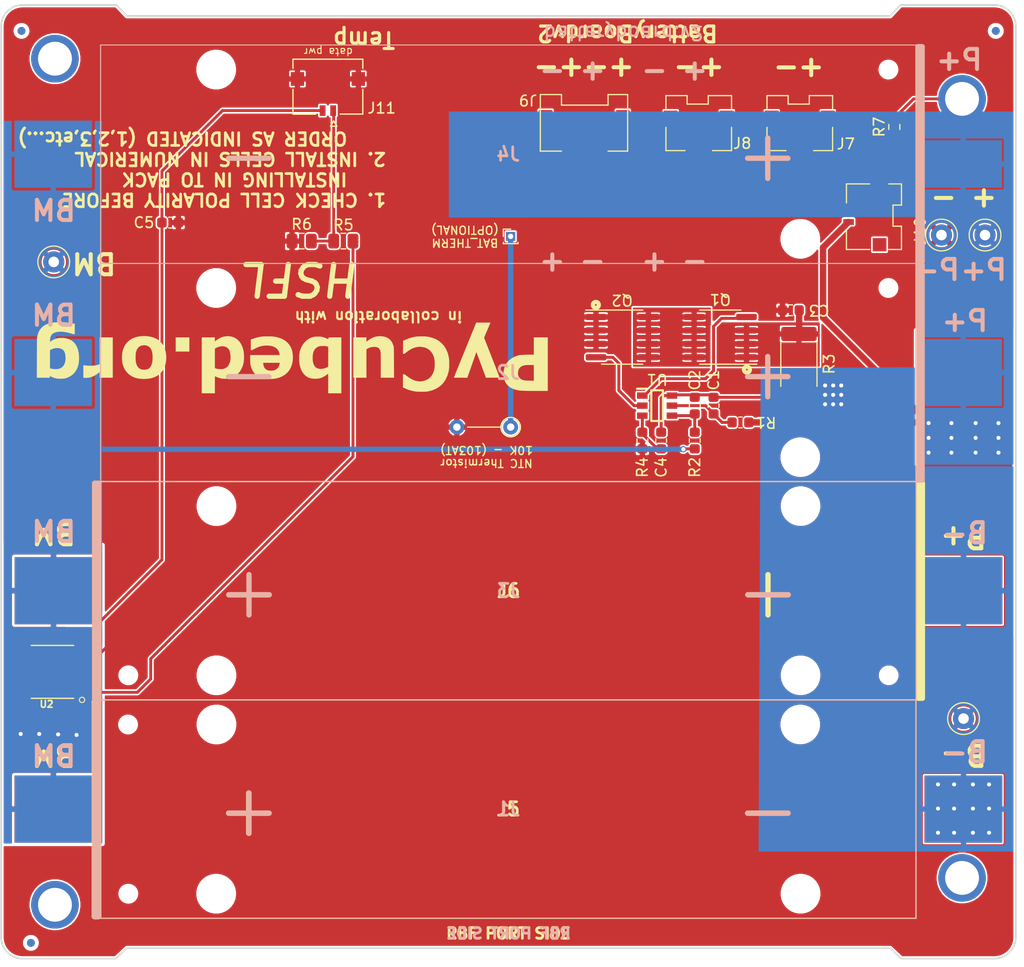
<source format=kicad_pcb>
(kicad_pcb (version 20171130) (host pcbnew "(5.1.10)-1")
  (layers (0 F.Cu signal) (31 B.Cu signal) (34 B.Paste user hide) (35 F.Paste user hide) (36 B.SilkS user) (37 F.SilkS user) (38 B.Mask user hide) (39 F.Mask user hide) (44 Edge.Cuts user))
  (net 0 "")
  (net 1 /VDD)
  (net 2 B-)
  (net 3 "Net-(C2-Pad2)")
  (net 4 PACK-)
  (net 5 BM)
  (net 6 PACK+)
  (net 7 "Net-(Q1-Pad5)")
  (net 8 "Net-(Q1-Pad4)")
  (net 9 "Net-(Q2-Pad4)")
  (net 10 "Net-(C3-Pad1)")
  (net 11 "Net-(C4-Pad2)")
  (net 12 BAT_THERM)
  (net 13 "Net-(R5-Pad1)")
  (net 14 "Net-(C5-Pad1)")
  (net 15 "Net-(J11-Pad1)")
  (net 16 "Net-(H1-Pad1)")
  (net 17 "Net-(H2-Pad1)")
  (net 18 "Net-(H3-Pad1)")
  (net 19 "Net-(H4-Pad1)")
  (net 20 /CONN)
  (net 21 /CONN+)
  (module Molex:Molex_Pico-Lock_503763-0291_1x02-1MP_P1.00m_Horizontal (layer F.Cu) (at 125.77 62.58)
    (fp_text reference J7 (at 7.25 4.37 unlocked) (layer F.SilkS))
    (fp_text value Conn_01x02_Female)
    (pad GND smd rect (at 0.25 1.87 180) (size 1.26 1.3) (layers F.Cu F.Paste F.Mask))
    (pad 2 smd rect (at 2.4 4.8 180) (size 0.55 1) (layers F.Cu F.Paste F.Mask) (net 21 /CONN+))
    (pad GND smd rect (at 5.55 1.87 180) (size 1.26 1.3) (layers F.Cu F.Paste F.Mask))
    (pad 1 smd rect (at 3.4 4.8 180) (size 0.55 1) (layers F.Cu F.Paste F.Mask) (net 20 /CONN))
  )
  (module Resistor_SMD:R_0805_2012Metric (layer F.Cu) (at 81.5975 76.1365 180)
    (fp_text reference R6 (at 0 1.5875) (layer F.SilkS))
    (fp_text value 10k)
    (pad 1 smd roundrect (at -0.9125 0 180) (size 1.025 1.4) (layers F.Cu F.Paste F.Mask) (roundrect_rratio 0.2439014634146341) (net 15 "Net-(J11-Pad1)"))
    (pad 2 smd roundrect (at 0.9125 0 180) (size 1.025 1.4) (layers F.Cu F.Paste F.Mask) (roundrect_rratio 0.2439014634146341) (net 4 PACK-))
  )
  (module Resistor_SMD:R_0805_2012Metric (layer F.Cu) (at 85.5345 76.1365 180)
    (fp_text reference R5 (at 0 1.524) (layer F.SilkS))
    (fp_text value 45.3k)
    (pad 1 smd roundrect (at -0.9125 0 180) (size 1.025 1.4) (layers F.Cu F.Paste F.Mask) (roundrect_rratio 0.2439014634146341) (net 13 "Net-(R5-Pad1)"))
    (pad 2 smd roundrect (at 0.9125 0 180) (size 1.025 1.4) (layers F.Cu F.Paste F.Mask) (roundrect_rratio 0.2439014634146341) (net 15 "Net-(J11-Pad1)"))
  )
  (module custom-footprints:KEYSTONE-1042 (layer B.Cu) (at 101.1174 88.5698)
    (fp_text reference J2 (at 0 0) (layer B.SilkS) (effects (font (size 1.27 1.27) (thickness 0.254)) (justify mirror)))
    (fp_text value KEYSTONE-1042 hide)
    (fp_text user - (at -24.525 0) (layer B.SilkS) (effects (font (size 5 5) (thickness 0.5)) (justify mirror)))
    (fp_text user + (at 24.525 0) (layer B.SilkS) (effects (font (size 5 5) (thickness 0.5)) (justify mirror)))
    (pad 5 np_thru_hole circle (at 35.93 -8) (size 1.57 0) (drill 1.57) (layers *.Cu *.Mask))
    (pad 4 np_thru_hole circle (at 27.6 8) (size 3.45 0) (drill 3.45) (layers *.Cu *.Mask))
    (pad 3 np_thru_hole circle (at -27.6 -8) (size 3.45 0) (drill 3.45) (layers *.Cu *.Mask))
    (pad 2 smd rect (at 43 0 270) (size 6.35 7.34) (layers B.Cu B.Paste B.Mask) (net 6 PACK+))
    (pad 1 smd rect (at -43 0 270) (size 6.35 7.34) (layers B.Cu B.Paste B.Mask) (net 5 BM))
  )
  (module custom-footprints:KEYSTONE-1042 (layer B.Cu) (at 101.1174 67.9196)
    (fp_text reference J4 (at 0 0) (layer B.SilkS) (effects (font (size 1.27 1.27) (thickness 0.254)) (justify mirror)))
    (fp_text value KEYSTONE-1042 hide)
    (fp_text user - (at -24.525 0) (layer B.SilkS) (effects (font (size 5 5) (thickness 0.5)) (justify mirror)))
    (fp_text user + (at 24.525 0) (layer B.SilkS) (effects (font (size 5 5) (thickness 0.5)) (justify mirror)))
    (pad 5 np_thru_hole circle (at 35.93 -8) (size 1.57 0) (drill 1.57) (layers *.Cu *.Mask))
    (pad 4 np_thru_hole circle (at 27.6 8) (size 3.45 0) (drill 3.45) (layers *.Cu *.Mask))
    (pad 3 np_thru_hole circle (at -27.6 -8) (size 3.45 0) (drill 3.45) (layers *.Cu *.Mask))
    (pad 2 smd rect (at 43 0.925 270) (size 4.5 7.34) (layers B.Cu B.Paste B.Mask) (net 6 PACK+))
    (pad 1 smd rect (at -43 0 270) (size 6.35 7.34) (layers B.Cu B.Paste B.Mask) (net 5 BM))
  )
  (module custom-footprints:MountingHole_3.2mm_M3_DIN965_PadMOD (layer F.Cu) (at 144.0053 62.6899)
    (fp_text reference H3 hide)
    (fp_text value MountingHole_Pad)
    (pad 1 thru_hole circle (at 0 0) (size 4.5 4.5) (drill 3.2) (layers F.Cu F.Mask) (net 18 "Net-(H3-Pad1)"))
  )
  (module custom-footprints:MountingHole_3.2mm_M3_DIN965_PadMOD (layer F.Cu) (at 144.0053 136.3499)
    (fp_text reference H4 hide)
    (fp_text value MountingHole_Pad)
    (pad 1 thru_hole circle (at 0 0) (size 4.5 4.5) (drill 3.2) (layers *.Cu *.Mask) (net 19 "Net-(H4-Pad1)"))
  )
  (module custom-footprints:MountingHole_3.2mm_M3_DIN965_PadMOD (layer F.Cu) (at 58.2803 58.8899)
    (fp_text reference H2 hide)
    (fp_text value MountingHole_Pad)
    (pad 1 thru_hole circle (at 0 0) (size 4.5 4.5) (drill 3.2) (layers *.Cu *.Mask) (net 17 "Net-(H2-Pad1)"))
  )
  (module custom-footprints:MountingHole_3.2mm_M3_DIN965_PadMOD (layer F.Cu) (at 58.2803 138.8899)
    (fp_text reference H1 hide)
    (fp_text value MountingHole_Pad)
    (pad 1 thru_hole circle (at 0 0) (size 4.5 4.5) (drill 3.2) (layers *.Cu *.Mask) (net 16 "Net-(H1-Pad1)"))
  )
  (module custom-footprints:pycubed_logo (layer F.Cu) (at 83.29676 86.9188 180)
    (fp_text reference Ref** hide)
    (fp_text value Val** hide)
  )
  (module custom-footprints:KEYSTONE-1042 (layer F.Cu) (at 101.1428 109.1946)
    (fp_text reference J6 (at 0 0) (layer F.SilkS) (effects (font (size 1.27 1.27) (thickness 0.254))))
    (fp_text value KEYSTONE-1042 hide)
    (fp_text user - (at -24.525 0) (layer F.SilkS) (effects (font (size 5 5) (thickness 0.5))))
    (fp_text user + (at 24.525 0) (layer F.SilkS) (effects (font (size 5 5) (thickness 0.5))))
    (pad 5 np_thru_hole circle (at 35.93 8) (size 1.57 0) (drill 1.57) (layers *.Cu *.Mask))
    (pad 4 np_thru_hole circle (at 27.6 -8) (size 3.45 0) (drill 3.45) (layers *.Cu *.Mask))
    (pad 3 np_thru_hole circle (at -27.6 8) (size 3.45 0) (drill 3.45) (layers *.Cu *.Mask))
    (pad 2 smd rect (at 43 0 90) (size 6.35 7.34) (layers F.Cu F.Paste F.Mask) (net 6 PACK+))
    (pad 1 smd rect (at -43 0 90) (size 6.35 7.34) (layers F.Cu F.Paste F.Mask) (net 5 BM))
  )
  (module custom-footprints:KEYSTONE-1042 (layer F.Cu) (at 101.1174 129.8448 180)
    (fp_text reference J5 (at 0 0) (layer F.SilkS) (effects (font (size 1.27 1.27) (thickness 0.254))))
    (fp_text value KEYSTONE-1042 hide)
    (fp_text user - (at -24.525 0) (layer F.SilkS) (effects (font (size 5 5) (thickness 0.5))))
    (fp_text user + (at 24.525 0) (layer F.SilkS) (effects (font (size 5 5) (thickness 0.5))))
    (pad 5 np_thru_hole circle (at 35.93 8 180) (size 1.57 0) (drill 1.57) (layers *.Cu *.Mask))
    (pad 4 np_thru_hole circle (at 27.6 -8 180) (size 3.45 0) (drill 3.45) (layers *.Cu *.Mask))
    (pad 3 np_thru_hole circle (at -27.6 8 180) (size 3.45 0) (drill 3.45) (layers *.Cu *.Mask))
    (pad 2 smd rect (at 43 0 270) (size 6.35 7.34) (layers F.Cu F.Paste F.Mask) (net 5 BM))
    (pad 1 smd rect (at -43 0 270) (size 6.35 7.34) (layers F.Cu F.Paste F.Mask) (net 2 B-))
  )
  (module custom-footprints:KEYSTONE-1042 (layer B.Cu) (at 101.1428 109.1946 180)
    (fp_text reference J3 (at 0 0) (layer B.SilkS) (effects (font (size 1.27 1.27) (thickness 0.254)) (justify mirror)))
    (fp_text value KEYSTONE-1042 hide)
    (fp_text user - (at -24.525 0) (layer B.SilkS) (effects (font (size 5 5) (thickness 0.5)) (justify mirror)))
    (fp_text user + (at 24.525 0) (layer B.SilkS) (effects (font (size 5 5) (thickness 0.5)) (justify mirror)))
    (pad 5 np_thru_hole circle (at 35.93 -8 180) (size 1.57 0) (drill 1.57) (layers *.Cu *.Mask))
    (pad 4 np_thru_hole circle (at 27.6 8 180) (size 3.45 0) (drill 3.45) (layers *.Cu *.Mask))
    (pad 3 np_thru_hole circle (at -27.6 -8 180) (size 3.45 0) (drill 3.45) (layers *.Cu *.Mask))
    (pad 2 smd rect (at 43 0 90) (size 6.35 7.34) (layers B.Cu B.Paste B.Mask) (net 5 BM))
    (pad 1 smd rect (at -43 0 90) (size 6.35 7.34) (layers B.Cu B.Paste B.Mask) (net 2 B-))
  )
  (module custom-footprints:KEYSTONE-1042 (layer B.Cu) (at 101.1428 129.8448 180)
    (fp_text reference J1 (at 0 0) (layer B.SilkS) (effects (font (size 1.27 1.27) (thickness 0.254)) (justify mirror)))
    (fp_text value KEYSTONE-1042 hide)
    (fp_text user - (at -24.525 0) (layer B.SilkS) (effects (font (size 5 5) (thickness 0.5)) (justify mirror)))
    (fp_text user + (at 24.525 0) (layer B.SilkS) (effects (font (size 5 5) (thickness 0.5)) (justify mirror)))
    (pad 5 np_thru_hole circle (at 35.93 -8 180) (size 1.57 0) (drill 1.57) (layers *.Cu *.Mask))
    (pad 4 np_thru_hole circle (at 27.6 8 180) (size 3.45 0) (drill 3.45) (layers *.Cu *.Mask))
    (pad 3 np_thru_hole circle (at -27.6 -8 180) (size 3.45 0) (drill 3.45) (layers *.Cu *.Mask))
    (pad 2 smd rect (at 43 0 90) (size 6.35 7.34) (layers B.Cu B.Paste B.Mask) (net 5 BM))
    (pad 1 smd rect (at -43 0 90) (size 6.35 7.34) (layers B.Cu B.Paste B.Mask) (net 2 B-))
  )
  (module Fiducial:Fiducial_0.75mm_Mask1.5mm (layer F.Cu) (at 147.193 56.261)
    (fp_text reference REF** hide)
    (fp_text value Fiducial_0.75mm_Mask1.5mm)
    (pad "" smd circle (at 0 0) (size 0.75 0.75) (layers F.Cu F.Mask) (clearance 0.375))
  )
  (module Fiducial:Fiducial_0.75mm_Mask1.5mm (layer B.Cu) (at 147.193 56.261)
    (fp_text reference REF** hide)
    (fp_text value Fiducial_0.75mm_Mask1.5mm)
    (pad "" smd circle (at 0 0) (size 0.75 0.75) (layers B.Cu B.Mask) (clearance 0.375))
  )
  (module Fiducial:Fiducial_0.75mm_Mask1.5mm (layer F.Cu) (at 55.118 56.261)
    (fp_text reference REF** hide)
    (fp_text value Fiducial_0.75mm_Mask1.5mm)
    (pad "" smd circle (at 0 0) (size 0.75 0.75) (layers F.Cu F.Mask) (clearance 0.375))
  )
  (module Fiducial:Fiducial_0.75mm_Mask1.5mm (layer B.Cu) (at 55.118 56.261)
    (fp_text reference REF** hide)
    (fp_text value Fiducial_0.75mm_Mask1.5mm)
    (pad "" smd circle (at 0 0) (size 0.75 0.75) (layers B.Cu B.Mask) (clearance 0.375))
  )
  (module Fiducial:Fiducial_0.75mm_Mask1.5mm (layer B.Cu) (at 56.007 142.494)
    (fp_text reference REF** hide)
    (fp_text value Fiducial_0.75mm_Mask1.5mm)
    (pad "" smd circle (at 0 0) (size 0.75 0.75) (layers B.Cu B.Mask) (clearance 0.375))
  )
  (module Fiducial:Fiducial_0.75mm_Mask1.5mm (layer F.Cu) (at 56.007 142.494)
    (fp_text reference REF** hide)
    (fp_text value Fiducial_0.75mm_Mask1.5mm)
    (pad "" smd circle (at 0 0) (size 0.75 0.75) (layers F.Cu F.Mask) (clearance 0.375))
  )
  (module Resistor_THT:R_Axial_DIN0204_L3.6mm_D1.6mm_P5.08mm_Vertical (layer F.Cu) (at 101.346 93.726 180)
    (fp_text reference TH1 hide)
    (fp_text value Thermistor)
    (pad 2 thru_hole oval (at 5.08 0 180) (size 1.4 1.4) (drill 0.7) (layers *.Cu *.Mask) (net 4 PACK-))
    (pad 1 thru_hole circle (at 0 0 180) (size 1.4 1.4) (drill 0.7) (layers *.Cu *.Mask) (net 12 BAT_THERM))
  )
  (module Connector_PinHeader_1.00mm:PinHeader_1x01_P1.00mm_Vertical (layer F.Cu) (at 101.346 75.692)
    (fp_text reference J12 hide)
    (fp_text value Screw_Terminal_01x01)
    (pad 1 thru_hole rect (at 0 0) (size 0.85 0.85) (drill 0.5) (layers *.Cu *.Mask) (net 12 BAT_THERM))
  )
  (module TestPoint:TestPoint_Loop_D1.80mm_Drill1.0mm_Beaded (layer F.Cu) (at 146.177 75.565)
    (fp_text reference TP4 hide)
    (fp_text value TestPoint)
    (pad 1 thru_hole circle (at 0 0) (size 2 2) (drill 1) (layers *.Cu *.Mask) (net 6 PACK+))
  )
  (module TestPoint:TestPoint_Loop_D1.80mm_Drill1.0mm_Beaded (layer F.Cu) (at 142.0622 75.565)
    (fp_text reference TP3 hide)
    (fp_text value TestPoint)
    (pad 1 thru_hole circle (at 0 0) (size 2 2) (drill 1) (layers *.Cu *.Mask) (net 4 PACK-))
  )
  (module TestPoint:TestPoint_Loop_D1.80mm_Drill1.0mm_Beaded (layer F.Cu) (at 58.166 78.105)
    (fp_text reference TP2 hide)
    (fp_text value TestPoint)
    (pad 1 thru_hole circle (at 0 0) (size 2 2) (drill 1) (layers *.Cu *.Mask) (net 5 BM))
  )
  (module TestPoint:TestPoint_Loop_D1.80mm_Drill1.0mm_Beaded (layer F.Cu) (at 144.145 121.285)
    (fp_text reference TP1 hide)
    (fp_text value TestPoint)
    (pad 1 thru_hole circle (at 0 0) (size 2 2) (drill 1) (layers *.Cu *.Mask) (net 2 B-))
  )
  (module Capacitor_SMD:C_0603_1608Metric (layer F.Cu) (at 127.8255 82.677 180)
    (fp_text reference C3 (at -2.667 0 180 unlocked) (layer F.SilkS))
    (fp_text value 0.1uF)
    (pad 2 smd roundrect (at 0.7875 0 180) (size 0.875 0.95) (layers F.Cu F.Paste F.Mask) (net 4 PACK-))
    (pad 1 smd roundrect (at -0.7875 0 180) (size 0.875 0.95) (layers F.Cu F.Paste F.Mask) (net 10 "Net-(C3-Pad1)"))
  )
  (module Resistor_SMD:R_0603_1608Metric (layer F.Cu) (at 113.792 94.996 270)
    (fp_text reference R4 (at 2.54 0 90) (layer F.SilkS))
    (fp_text value 1K)
    (pad 2 smd roundrect (at 0.7875 0 270) (size 0.875 0.95) (layers F.Cu F.Paste F.Mask) (net 4 PACK-))
    (pad 1 smd roundrect (at -0.7875 0 270) (size 0.875 0.95) (layers F.Cu F.Paste F.Mask) (net 11 "Net-(C4-Pad2)"))
  )
  (module Resistor_SMD:R_0603_1608Metric (layer F.Cu) (at 118.745 94.996 90)
    (fp_text reference R2 (at -2.54 0 90) (layer F.SilkS))
    (fp_text value 330)
    (pad 2 smd roundrect (at 0.7875 0 90) (size 0.875 0.95) (layers F.Cu F.Paste F.Mask) (net 3 "Net-(C2-Pad2)"))
    (pad 1 smd roundrect (at -0.7875 0 90) (size 0.875 0.95) (layers F.Cu F.Paste F.Mask) (net 5 BM))
  )
  (module Resistor_SMD:R_0603_1608Metric (layer F.Cu) (at 123.063 93.2815 180)
    (fp_text reference R1 (at -2.413 0 180 unlocked) (layer F.SilkS))
    (fp_text value 330)
    (pad 2 smd roundrect (at 0.7875 0 180) (size 0.875 0.95) (layers F.Cu F.Paste F.Mask) (net 1 /VDD))
    (pad 1 smd roundrect (at -0.7875 0 180) (size 0.875 0.95) (layers F.Cu F.Paste F.Mask) (net 6 PACK+))
  )
  (module Resistor_SMD:R_2512_6332Metric (layer F.Cu) (at 128.5875 87.8205 90)
    (fp_text reference R3 (at 0.0635 2.8575 90) (layer F.SilkS))
    (fp_text value 0.01)
    (pad 2 smd roundrect (at 2.9 0 90) (size 1.35 3.35) (layers F.Cu F.Paste F.Mask) (roundrect_rratio 0.1851844444444445) (net 10 "Net-(C3-Pad1)"))
    (pad 1 smd roundrect (at -2.9 0 90) (size 1.35 3.35) (layers F.Cu F.Paste F.Mask) (roundrect_rratio 0.1851844444444445) (net 2 B-))
  )
  (module Package_SO:SOIC-8_3.9x4.9mm_P1.27mm (layer F.Cu) (at 111.887 85.217)
    (fp_text reference Q2 (at 0 -3.4925 180 unlocked) (layer F.SilkS))
    (fp_text value IRF7458)
    (pad 8 smd roundrect (at 2.475 -1.905) (size 1.95 0.6) (layers F.Cu F.Paste F.Mask) (net 7 "Net-(Q1-Pad5)"))
    (pad 7 smd roundrect (at 2.475 -0.635) (size 1.95 0.6) (layers F.Cu F.Paste F.Mask) (net 7 "Net-(Q1-Pad5)"))
    (pad 6 smd roundrect (at 2.475 0.635) (size 1.95 0.6) (layers F.Cu F.Paste F.Mask) (net 7 "Net-(Q1-Pad5)"))
    (pad 5 smd roundrect (at 2.475 1.905) (size 1.95 0.6) (layers F.Cu F.Paste F.Mask) (net 7 "Net-(Q1-Pad5)"))
    (pad 4 smd roundrect (at -2.475 1.905) (size 1.95 0.6) (layers F.Cu F.Paste F.Mask) (net 9 "Net-(Q2-Pad4)"))
    (pad 3 smd roundrect (at -2.475 0.635) (size 1.95 0.6) (layers F.Cu F.Paste F.Mask) (net 4 PACK-))
    (pad 2 smd roundrect (at -2.475 -0.635) (size 1.95 0.6) (layers F.Cu F.Paste F.Mask) (net 4 PACK-))
    (pad 1 smd roundrect (at -2.475 -1.905) (size 1.95 0.6) (layers F.Cu F.Paste F.Mask) (net 4 PACK-))
  )
  (module Package_SO:SOIC-8_3.9x4.9mm_P1.27mm (layer F.Cu) (at 121.158 85.217 180)
    (fp_text reference Q1 (at 0 3.556 180 unlocked) (layer F.SilkS))
    (fp_text value IRF7458)
    (pad 8 smd roundrect (at 2.475 -1.905 180) (size 1.95 0.6) (layers F.Cu F.Paste F.Mask) (net 7 "Net-(Q1-Pad5)"))
    (pad 7 smd roundrect (at 2.475 -0.635 180) (size 1.95 0.6) (layers F.Cu F.Paste F.Mask) (net 7 "Net-(Q1-Pad5)"))
    (pad 6 smd roundrect (at 2.475 0.635 180) (size 1.95 0.6) (layers F.Cu F.Paste F.Mask) (net 7 "Net-(Q1-Pad5)"))
    (pad 5 smd roundrect (at 2.475 1.905 180) (size 1.95 0.6) (layers F.Cu F.Paste F.Mask) (net 7 "Net-(Q1-Pad5)"))
    (pad 4 smd roundrect (at -2.475 1.905 180) (size 1.95 0.6) (layers F.Cu F.Paste F.Mask) (net 8 "Net-(Q1-Pad4)"))
    (pad 3 smd roundrect (at -2.475 0.635 180) (size 1.95 0.6) (layers F.Cu F.Paste F.Mask) (net 10 "Net-(C3-Pad1)"))
    (pad 2 smd roundrect (at -2.475 -0.635 180) (size 1.95 0.6) (layers F.Cu F.Paste F.Mask) (net 10 "Net-(C3-Pad1)"))
    (pad 1 smd roundrect (at -2.475 -1.905 180) (size 1.95 0.6) (layers F.Cu F.Paste F.Mask) (net 10 "Net-(C3-Pad1)"))
  )
  (module Capacitor_SMD:C_0603_1608Metric (layer F.Cu) (at 115.57 94.996 270)
    (fp_text reference C4 (at 2.54 0 90) (layer F.SilkS))
    (fp_text value 0.1uF)
    (pad 2 smd roundrect (at 0.7875 0 270) (size 0.875 0.95) (layers F.Cu F.Paste F.Mask) (net 11 "Net-(C4-Pad2)"))
    (pad 1 smd roundrect (at -0.7875 0 270) (size 0.875 0.95) (layers F.Cu F.Paste F.Mask) (net 2 B-))
  )
  (module Capacitor_SMD:C_0603_1608Metric (layer F.Cu) (at 118.745 91.694 270)
    (fp_text reference C2 (at -2.413 0 90) (layer F.SilkS))
    (fp_text value 0.1uF)
    (pad 2 smd roundrect (at 0.7875 0 270) (size 0.875 0.95) (layers F.Cu F.Paste F.Mask) (net 3 "Net-(C2-Pad2)"))
    (pad 1 smd roundrect (at -0.7875 0 270) (size 0.875 0.95) (layers F.Cu F.Paste F.Mask) (net 2 B-))
  )
  (module Capacitor_SMD:C_0603_1608Metric (layer F.Cu) (at 120.523 91.694 270)
    (fp_text reference C1 (at -2.413 0 90) (layer F.SilkS))
    (fp_text value 0.1uF)
    (pad 2 smd roundrect (at 0.7875 0 270) (size 0.875 0.95) (layers F.Cu F.Paste F.Mask) (net 1 /VDD))
    (pad 1 smd roundrect (at -0.7875 0 270) (size 0.875 0.95) (layers F.Cu F.Paste F.Mask) (net 2 B-))
  )
  (module custom-footprints:SOT95P280X130-6N (layer F.Cu) (at 115.189 91.694)
    (fp_text reference U1 (at 0 -2.4765 180 unlocked) (layer F.SilkS))
    (fp_text value R5460N233AF hide)
    (pad 6 smd rect (at 1.4 -0.95 90) (size 0.6 1) (layers F.Cu F.Paste F.Mask) (net 2 B-))
    (pad 5 smd rect (at 1.4 0 90) (size 0.6 1) (layers F.Cu F.Paste F.Mask) (net 1 /VDD))
    (pad 4 smd rect (at 1.4 0.95 90) (size 0.6 1) (layers F.Cu F.Paste F.Mask) (net 3 "Net-(C2-Pad2)"))
    (pad 3 smd rect (at -1.4 0.95 90) (size 0.6 1) (layers F.Cu F.Paste F.Mask) (net 11 "Net-(C4-Pad2)"))
    (pad 2 smd rect (at -1.4 0 90) (size 0.6 1) (layers F.Cu F.Paste F.Mask) (net 9 "Net-(Q2-Pad4)"))
    (pad 1 smd rect (at -1.4 -0.95 90) (size 0.6 1) (layers F.Cu F.Paste F.Mask) (net 8 "Net-(Q1-Pad4)"))
  )
  (module Molex:Molex_Pico-Lock_503763-0291_1x02-1MP_P1.00m_Horizontal (layer F.Cu) (at 116.22 62.58)
    (fp_text reference J8 (at 7.01 4.32 unlocked) (layer F.SilkS))
    (fp_text value Conn_01x02_Female)
    (pad 1 smd rect (at 3.4 4.8 180) (size 0.55 1) (layers F.Cu F.Paste F.Mask) (net 21 /CONN+))
    (pad GND smd rect (at 5.55 1.87 180) (size 1.26 1.3) (layers F.Cu F.Paste F.Mask))
    (pad 2 smd rect (at 2.4 4.8 180) (size 0.55 1) (layers F.Cu F.Paste F.Mask) (net 4 PACK-))
    (pad GND smd rect (at 0.25 1.87 180) (size 1.26 1.3) (layers F.Cu F.Paste F.Mask))
  )
  (module Molex:Molex_Pico-Lock_503763-0491_1x04-1MP_P1.00mm_Horizontal (layer F.Cu) (at 104.4 62.530001)
    (fp_text reference J9 (at -1.41 0.269999 180 unlocked) (layer F.SilkS))
    (fp_text value Conn_01x04_Female)
    (pad GND smd rect (at 7.55 1.87 180) (size 1.26 1.3) (layers F.Cu F.Paste F.Mask))
    (pad 1 smd rect (at 5.4 4.85 180) (size 0.55 1) (layers F.Cu F.Paste F.Mask) (net 21 /CONN+))
    (pad GND smd rect (at 0.25 1.87 180) (size 1.26 1.3) (layers F.Cu F.Paste F.Mask))
    (pad 2 smd rect (at 4.4 4.85 180) (size 0.55 1) (layers F.Cu F.Paste F.Mask) (net 4 PACK-))
    (pad 3 smd rect (at 3.4 4.85 180) (size 0.55 1) (layers F.Cu F.Paste F.Mask) (net 21 /CONN+))
    (pad 4 smd rect (at 2.4 4.85 180) (size 0.55 1) (layers F.Cu F.Paste F.Mask) (net 4 PACK-))
  )
  (module Molex:Molex_Pico-Lock_503763-0291_1x02-1MP_P1.00m_Horizontal (layer F.Cu) (at 138.08 70.93 270)
    (fp_text reference J10 (at 4.28 -1.97 90) (layer F.SilkS))
    (fp_text value Conn_01x02_Female)
    (pad GND smd rect (at 0.25 1.87 90) (size 1.26 1.3) (layers F.Cu F.Paste F.Mask))
    (pad 2 smd rect (at 2.4 4.8 90) (size 0.55 1) (layers F.Cu F.Paste F.Mask) (net 20 /CONN))
    (pad GND smd rect (at 5.55 1.87 90) (size 1.26 1.3) (layers F.Cu F.Paste F.Mask))
    (pad 1 smd rect (at 3.4 4.8 90) (size 0.55 1) (layers F.Cu F.Paste F.Mask) (net 6 PACK+))
  )
  (module Capacitor_SMD:C_0603_1608Metric (layer F.Cu) (at 69.166 74.387851)
    (fp_text reference C5 (at -2.4765 0) (layer F.SilkS))
    (fp_text value 0.1uF)
    (pad 2 smd roundrect (at 0.775 0) (size 0.9 0.95) (layers F.Cu F.Paste F.Mask) (net 4 PACK-))
    (pad 1 smd roundrect (at -0.775 0) (size 0.9 0.95) (layers F.Cu F.Paste F.Mask) (net 14 "Net-(C5-Pad1)"))
  )
  (module SOIC8P127_490X600X175L83X41N (layer F.Cu) (at 58.041001 116.869001 180)
    (fp_text reference U2 (at 0.5531 -3.052482) (layer F.SilkS) (effects (font (size 0.641279 0.641279))))
    (fp_text value TMP36FSZ)
    (pad 8 smd roundrect (at 2.425 -1.905 180) (size 2.07 0.66) (layers F.Cu F.Paste F.Mask) (roundrect_rratio 0.5) (net 14 "Net-(C5-Pad1)"))
    (pad 7 smd roundrect (at 2.425 -0.635 180) (size 2.07 0.66) (layers F.Cu F.Paste F.Mask) (roundrect_rratio 0.5))
    (pad 6 smd roundrect (at 2.425 0.635 180) (size 2.07 0.66) (layers F.Cu F.Paste F.Mask) (roundrect_rratio 0.5))
    (pad 5 smd roundrect (at 2.425 1.905 180) (size 2.07 0.66) (layers F.Cu F.Paste F.Mask) (roundrect_rratio 0.5) (net 14 "Net-(C5-Pad1)"))
    (pad 4 smd roundrect (at -2.425 1.905 180) (size 2.07 0.66) (layers F.Cu F.Paste F.Mask) (roundrect_rratio 0.5) (net 4 PACK-))
    (pad 3 smd roundrect (at -2.425 0.635 180) (size 2.07 0.66) (layers F.Cu F.Paste F.Mask) (roundrect_rratio 0.5))
    (pad 2 smd roundrect (at -2.425 -0.635 180) (size 2.07 0.66) (layers F.Cu F.Paste F.Mask) (roundrect_rratio 0.5))
    (pad 1 smd roundrect (at -2.425 -1.905 180) (size 2.07 0.66) (layers F.Cu F.Paste F.Mask) (roundrect_rratio 0.5) (net 13 "Net-(R5-Pad1)"))
  )
  (module MOLEX_5037630291 (layer F.Cu) (at 84.074 61.5315)
    (fp_text reference J11 (at 5.08 2.032 -180) (layer F.SilkS))
    (fp_text value 5037630291)
    (pad 1 smd rect (at 0.5 2.265) (size 0.55 1) (layers F.Cu F.Paste) (net 15 "Net-(J11-Pad1)"))
    (pad S2 smd rect (at -2.875 -0.725) (size 1.26 1.3) (layers F.Cu F.Paste) (net 4 PACK-))
    (pad 2 smd rect (at -0.5 2.265) (size 0.55 1) (layers F.Cu F.Paste) (net 14 "Net-(C5-Pad1)"))
    (pad S1 smd rect (at 2.875 -0.725) (size 1.26 1.3) (layers F.Cu F.Paste) (net 4 PACK-))
  )
  (module Resistor_SMD:R_0603_1608Metric (layer F.Cu) (at 137.6045 65.3415 90)
    (fp_text reference R7 (at 0 -1.43 90) (layer F.SilkS))
    (fp_text value 1M)
    (pad 1 smd roundrect (at -0.825 0 90) (size 0.8 0.95) (layers F.Cu F.Paste F.Mask) (net 4 PACK-))
    (pad 2 smd roundrect (at 0.825 0 90) (size 0.8 0.95) (layers F.Cu F.Paste F.Mask) (net 18 "Net-(H3-Pad1)"))
  )
  (gr_text batteryboard.v2 (at 112.014 56.4515 180) (layer B.SilkS) (effects (font (size 1.3 1.3) (thickness 0.2)) (justify mirror)))
  (gr_text "data pwr" (at 84.11 58.24 180) (layer F.SilkS) (effects (font (size 0.7 0.7) (thickness 0.1))))
  (gr_text "Temp \n" (at 86.92 57.1 180) (layer F.SilkS) (effects (font (size 1.5 1.5) (thickness 0.3))))
  (gr_text HSFL (at 81.53 79.71 180) (layer F.SilkS) (effects (font (size 3 3) (thickness 0.5) italic)))
  (gr_text "in collaboration with" (at 88.86 83.29 180) (layer F.SilkS) (effects (font (size 1 1) (thickness 0.2))))
  (gr_text BatteryBoardv2 (at 112.39 56.48 180) (layer F.SilkS) (effects (font (size 1.5 1.5) (thickness 0.3))))
  (gr_text -+ (at 128.57 59.58) (layer F.SilkS) (effects (font (size 1.905 1.905) (thickness 0.381))))
  (gr_circle (center 123.6726 88.2904) (end 123.7488 88.3158) (layer F.SilkS) (width 0.4))
  (gr_circle (center 109.3978 82.169) (end 109.474 82.1944) (layer F.SilkS) (width 0.4))
  (gr_text "- +" (at 144.16532 71.9201) (layer F.SilkS) (effects (font (size 1.905 1.905) (thickness 0.381))))
  (gr_text "1. CHECK CELL POLARITY BEFORE \n    INSTALLING IN TO PACK\n2. INSTALL CELLS IN NUMERICAL \n    ORDER AS INDICATED (1,2,3,etc...)" (at 89.69502 69.32676 180) (layer F.SilkS) (effects (font (size 1.2 1.2) (thickness 0.254)) (justify left)))
  (gr_text "RBF PORT SIDE" (at 101.1428 141.605) (layer B.SilkS) (effects (font (size 1.016 1.016) (thickness 0.254)) (justify mirror)))
  (gr_text "RBF PORT SIDE" (at 101.1428 141.605) (layer F.SilkS) (effects (font (size 1.016 1.016) (thickness 0.254))))
  (gr_line (start 64.0969 53.8099) (end 55.2003 53.8099) (layer Edge.Cuts) (width 0.15))
  (gr_line (start 147.0853 53.8099) (end 138.1887 53.8099) (layer Edge.Cuts) (width 0.15))
  (gr_line (start 137.2108 54.8452) (end 138.1887 53.8099) (layer Edge.Cuts) (width 0.15))
  (gr_line (start 137.2108 54.8452) (end 65.0748 54.8452) (layer Edge.Cuts) (width 0.15))
  (gr_line (start 65.0748 54.8452) (end 64.0969 53.8099) (layer Edge.Cuts) (width 0.15))
  (gr_line (start 147.0853 143.9799) (end 138.2461 143.9799) (layer Edge.Cuts) (width 0.15))
  (gr_line (start 64.0395 143.9799) (end 65.0748 143.002) (layer Edge.Cuts) (width 0.15))
  (gr_line (start 137.2108 143.002) (end 65.0748 143.002) (layer Edge.Cuts) (width 0.15))
  (gr_line (start 138.2461 143.9799) (end 137.2108 143.002) (layer Edge.Cuts) (width 0.15))
  (gr_text "BAT_THERM\n(OPTIONAL)" (at 97.028 75.692 180) (layer F.SilkS) (effects (font (size 0.762 0.762) (thickness 0.127))))
  (gr_text "NTC Thermistor\n10K - (103AT)" (at 99.06 96.52 180) (layer F.SilkS) (effects (font (size 0.762 0.762) (thickness 0.127))))
  (gr_text "- +" (at 107.188 77.978) (layer B.SilkS) (effects (font (size 1.905 1.905) (thickness 0.381)) (justify mirror)))
  (gr_text "- +" (at 116.84 77.978) (layer B.SilkS) (effects (font (size 1.905 1.905) (thickness 0.381)) (justify mirror)))
  (gr_text "- +" (at 116.84 60.198 180) (layer B.SilkS) (effects (font (size 1.905 1.905) (thickness 0.381)) (justify mirror)))
  (gr_text "- +" (at 107.188 60.198 180) (layer B.SilkS) (effects (font (size 1.905 1.905) (thickness 0.381)) (justify mirror)))
  (gr_text -+ (at 119.14 59.56) (layer F.SilkS) (effects (font (size 1.905 1.905) (thickness 0.381))))
  (gr_text -+-+ (at 108.26 59.56) (layer F.SilkS) (effects (font (size 1.905 1.905) (thickness 0.381))))
  (gr_text P+ (at 143.7386 59.0042) (layer B.SilkS) (effects (font (size 1.905 1.905) (thickness 0.381)) (justify mirror)))
  (gr_text P- (at 141.605 78.867) (layer B.SilkS) (effects (font (size 1.905 1.905) (thickness 0.381)) (justify mirror)))
  (gr_text BM (at 61.976 78.232 180) (layer F.SilkS) (effects (font (size 1.905 1.905) (thickness 0.381))))
  (gr_text P+ (at 146.05 78.867) (layer B.SilkS) (effects (font (size 1.905 1.905) (thickness 0.381)) (justify mirror)))
  (gr_text P+ (at 144.272 83.693) (layer B.SilkS) (effects (font (size 1.905 1.905) (thickness 0.381)) (justify mirror)))
  (gr_text B- (at 144.272 103.759) (layer B.SilkS) (effects (font (size 1.905 1.905) (thickness 0.381)) (justify mirror)))
  (gr_text B- (at 144.272 124.46) (layer B.SilkS) (effects (font (size 1.905 1.905) (thickness 0.381)) (justify mirror)))
  (gr_text BM (at 58.166 124.841) (layer B.SilkS) (effects (font (size 1.905 1.905) (thickness 0.381)) (justify mirror)))
  (gr_text BM (at 58.166 73.279) (layer B.SilkS) (effects (font (size 1.905 1.905) (thickness 0.381)) (justify mirror)))
  (gr_text BM (at 58.166 83.185) (layer B.SilkS) (effects (font (size 1.905 1.905) (thickness 0.381)) (justify mirror)))
  (gr_text BM (at 58.166 103.632) (layer B.SilkS) (effects (font (size 1.905 1.905) (thickness 0.381)) (justify mirror)))
  (gr_text P+ (at 144.145 104.14 180) (layer F.SilkS) (effects (font (size 1.905 1.905) (thickness 0.381))))
  (gr_text B- (at 144.145 124.714 180) (layer F.SilkS) (effects (font (size 1.905 1.905) (thickness 0.381))))
  (gr_text BM (at 58.166 124.714 180) (layer F.SilkS) (effects (font (size 1.905 1.905) (thickness 0.381))))
  (gr_text BM (at 58.166 103.759 180) (layer F.SilkS) (effects (font (size 1.905 1.905) (thickness 0.381))))
  (gr_line (start 55.2003 143.9799) (end 64.0395 143.9799) (layer Edge.Cuts) (width 0.15))
  (gr_arc (start 147.0853 141.9799) (end 147.0853 143.9799) (angle -90) (layer Edge.Cuts) (width 0.15))
  (gr_line (start 149.0853 141.9799) (end 149.0853 55.8099) (layer Edge.Cuts) (width 0.15))
  (gr_arc (start 147.0853 55.8099) (end 149.0853 55.8099) (angle -90) (layer Edge.Cuts) (width 0.15))
  (gr_arc (start 55.2003 55.8099) (end 55.2003 53.8099) (angle -90) (layer Edge.Cuts) (width 0.15))
  (gr_line (start 53.2003 55.8099) (end 53.2003 141.9799) (layer Edge.Cuts) (width 0.15))
  (gr_arc (start 55.2003 141.9799) (end 53.2003 141.9799) (angle -90) (layer Edge.Cuts) (width 0.15))
  (segment (start 120.523 92.456) (end 120.523 92.4815) (width 0.2794) (layer F.Cu) (net 1))
  (segment (start 116.589 91.694) (end 119.761 91.694) (width 0.2794) (layer F.Cu) (net 1))
  (segment (start 119.761 91.694) (end 120.523 92.456) (width 0.2794) (layer F.Cu) (net 1))
  (segment (start 121.323 93.2815) (end 120.523 92.4815) (width 0.2794) (layer F.Cu) (net 1))
  (segment (start 122.2755 93.2815) (end 121.323 93.2815) (width 0.2794) (layer F.Cu) (net 1))
  (via (at 146.558 127.508) (size 0.5842) (drill 0.381) (layers F.Cu B.Cu) (net 2))
  (via (at 145.034 127.508) (size 0.5842) (drill 0.381) (layers F.Cu B.Cu) (net 2))
  (via (at 143.256 127.508) (size 0.5842) (drill 0.381) (layers F.Cu B.Cu) (net 2))
  (via (at 141.732 127.508) (size 0.5842) (drill 0.381) (layers F.Cu B.Cu) (net 2))
  (via (at 143.256 129.794) (size 0.5842) (drill 0.381) (layers F.Cu B.Cu) (net 2))
  (via (at 146.558 129.794) (size 0.5842) (drill 0.381) (layers F.Cu B.Cu) (net 2))
  (via (at 145.034 129.794) (size 0.5842) (drill 0.381) (layers F.Cu B.Cu) (net 2))
  (via (at 141.732 129.794) (size 0.5842) (drill 0.381) (layers F.Cu B.Cu) (net 2))
  (via (at 146.558 132.08) (size 0.5842) (drill 0.381) (layers F.Cu B.Cu) (net 2))
  (via (at 141.732 132.08) (size 0.5842) (drill 0.381) (layers F.Cu B.Cu) (net 2))
  (via (at 143.256 132.08) (size 0.5842) (drill 0.381) (layers F.Cu B.Cu) (net 2))
  (via (at 145.034 132.08) (size 0.5842) (drill 0.381) (layers F.Cu B.Cu) (net 2))
  (segment (start 118.745 90.9065) (end 118.745 90.678) (width 0.2794) (layer F.Cu) (net 2))
  (segment (start 120.2945 90.678) (end 120.523 90.9065) (width 0.2794) (layer F.Cu) (net 2))
  (segment (start 118.745 90.678) (end 120.2945 90.678) (width 0.2794) (layer F.Cu) (net 2))
  (segment (start 116.655 90.678) (end 118.745 90.678) (width 0.2794) (layer F.Cu) (net 2))
  (segment (start 116.589 90.744) (end 116.655 90.678) (width 0.2794) (layer F.Cu) (net 2))
  (segment (start 115.8096 90.744) (end 116.589 90.744) (width 0.2794) (layer F.Cu) (net 2))
  (segment (start 115.57 90.9836) (end 115.8096 90.744) (width 0.2794) (layer F.Cu) (net 2))
  (segment (start 115.57 94.2085) (end 115.57 90.9836) (width 0.2794) (layer F.Cu) (net 2))
  (segment (start 128.4015 90.9065) (end 128.5875 90.7205) (width 0.2794) (layer F.Cu) (net 2))
  (segment (start 120.523 90.9065) (end 128.4015 90.9065) (width 0.2794) (layer F.Cu) (net 2))
  (via (at 131.064 89.789) (size 0.5842) (drill 0.381) (layers F.Cu B.Cu) (net 2))
  (via (at 131.826 89.789) (size 0.5842) (drill 0.381) (layers F.Cu B.Cu) (net 2))
  (via (at 132.588 89.789) (size 0.5842) (drill 0.381) (layers F.Cu B.Cu) (net 2))
  (via (at 131.826 90.678) (size 0.5842) (drill 0.381) (layers F.Cu B.Cu) (net 2))
  (via (at 132.588 90.678) (size 0.5842) (drill 0.381) (layers F.Cu B.Cu) (net 2))
  (via (at 131.064 90.678) (size 0.5842) (drill 0.381) (layers F.Cu B.Cu) (net 2))
  (via (at 131.826 91.567) (size 0.5842) (drill 0.381) (layers F.Cu B.Cu) (net 2))
  (via (at 131.064 91.567) (size 0.5842) (drill 0.381) (layers F.Cu B.Cu) (net 2))
  (via (at 132.588 91.567) (size 0.5842) (drill 0.381) (layers F.Cu B.Cu) (net 2))
  (segment (start 118.5825 92.644) (end 118.745 92.4815) (width 0.2794) (layer F.Cu) (net 3))
  (segment (start 116.589 92.644) (end 118.5825 92.644) (width 0.2794) (layer F.Cu) (net 3))
  (segment (start 118.745 92.4815) (end 118.745 94.2085) (width 0.2794) (layer F.Cu) (net 3))
  (segment (start 129.17 67.38) (end 129.17 70.75) (width 0.508) (layer F.Cu) (net 20))
  (segment (start 131.75 73.33) (end 133.28 73.33) (width 0.508) (layer F.Cu) (net 20))
  (segment (start 129.17 70.75) (end 131.75 73.33) (width 0.508) (layer F.Cu) (net 20))
  (segment (start 60.5238 114.995) (end 61.685 114.995) (width 0.27178) (layer F.Cu) (net 4))
  (segment (start 62.715479 114.964001) (end 69.941 107.73848) (width 0.27178) (layer F.Cu) (net 4))
  (segment (start 69.941 107.73848) (end 69.941 74.387851) (width 0.27178) (layer F.Cu) (net 4))
  (segment (start 60.466001 114.964001) (end 62.715479 114.964001) (width 0.27178) (layer F.Cu) (net 4))
  (via (at 60.32 122.83) (size 0.5842) (drill 0.381) (layers F.Cu B.Cu) (net 5))
  (via (at 58.58 122.78) (size 0.5842) (drill 0.381) (layers F.Cu B.Cu) (net 5))
  (via (at 55.04 122.74) (size 0.5842) (drill 0.381) (layers F.Cu B.Cu) (net 5))
  (via (at 56.79 122.74) (size 0.5842) (drill 0.381) (layers F.Cu B.Cu) (net 5))
  (segment (start 117.703498 95.7835) (end 117.665498 95.8215) (width 0.2794) (layer F.Cu) (net 5))
  (via (at 117.665498 95.8215) (size 0.5842) (drill 0.381) (layers F.Cu B.Cu) (net 5))
  (segment (start 118.745 95.7835) (end 117.703498 95.7835) (width 0.2794) (layer F.Cu) (net 5))
  (segment (start 117.665498 95.8215) (end 58.2295 95.8215) (width 0.508) (layer B.Cu) (net 5))
  (via (at 140.843 93.345) (size 0.5842) (drill 0.381) (layers F.Cu B.Cu) (net 6))
  (via (at 143.002 93.345) (size 0.5842) (drill 0.381) (layers F.Cu B.Cu) (net 6))
  (via (at 145.288 93.345) (size 0.5842) (drill 0.381) (layers F.Cu B.Cu) (net 6))
  (via (at 147.447 93.345) (size 0.5842) (drill 0.381) (layers F.Cu B.Cu) (net 6))
  (via (at 140.843 94.742) (size 0.5842) (drill 0.381) (layers F.Cu B.Cu) (net 6))
  (via (at 143.002 94.742) (size 0.5842) (drill 0.381) (layers F.Cu B.Cu) (net 6))
  (via (at 145.288 94.742) (size 0.5842) (drill 0.381) (layers F.Cu B.Cu) (net 6))
  (via (at 147.447 94.742) (size 0.5842) (drill 0.381) (layers F.Cu B.Cu) (net 6))
  (via (at 145.288 96.139) (size 0.5842) (drill 0.381) (layers F.Cu B.Cu) (net 6))
  (via (at 140.843 96.139) (size 0.5842) (drill 0.381) (layers F.Cu B.Cu) (net 6))
  (via (at 143.002 96.139) (size 0.5842) (drill 0.381) (layers F.Cu B.Cu) (net 6))
  (via (at 147.447 96.139) (size 0.5842) (drill 0.381) (layers F.Cu B.Cu) (net 6))
  (segment (start 140.7795 93.2815) (end 140.843 93.345) (width 0.6096) (layer F.Cu) (net 6))
  (segment (start 123.8505 93.2815) (end 140.7795 93.2815) (width 0.6096) (layer F.Cu) (net 6))
  (segment (start 130.874201 83.376201) (end 136.454 88.956) (width 0.6096) (layer F.Cu) (net 6))
  (segment (start 136.454 88.956) (end 140.843 93.345) (width 0.6096) (layer F.Cu) (net 6))
  (segment (start 136.15 88.652) (end 136.454 88.956) (width 0.6096) (layer F.Cu) (net 6))
  (segment (start 130.874201 76.735799) (end 133.28 74.33) (width 0.6096) (layer F.Cu) (net 6))
  (segment (start 130.874201 83.376201) (end 130.874201 76.735799) (width 0.6096) (layer F.Cu) (net 6))
  (segment (start 115.57 89.154) (end 113.98 90.744) (width 0.2794) (layer F.Cu) (net 8))
  (segment (start 123.506 83.439) (end 121.285 83.439) (width 0.2794) (layer F.Cu) (net 8))
  (segment (start 120.523 84.201) (end 120.523 88.392) (width 0.2794) (layer F.Cu) (net 8))
  (segment (start 113.98 90.744) (end 113.789 90.744) (width 0.2794) (layer F.Cu) (net 8))
  (segment (start 123.633 83.312) (end 123.506 83.439) (width 0.2794) (layer F.Cu) (net 8))
  (segment (start 121.285 83.439) (end 120.523 84.201) (width 0.2794) (layer F.Cu) (net 8))
  (segment (start 119.761 89.154) (end 115.57 89.154) (width 0.2794) (layer F.Cu) (net 8))
  (segment (start 120.523 88.392) (end 119.761 89.154) (width 0.2794) (layer F.Cu) (net 8))
  (segment (start 111.5695 90.2539) (end 111.5695 87.6935) (width 0.2794) (layer F.Cu) (net 9))
  (segment (start 110.998 87.122) (end 109.412 87.122) (width 0.2794) (layer F.Cu) (net 9))
  (segment (start 113.789 91.694) (end 113.0096 91.694) (width 0.2794) (layer F.Cu) (net 9))
  (segment (start 111.5695 87.6935) (end 110.998 87.122) (width 0.2794) (layer F.Cu) (net 9))
  (segment (start 113.0096 91.694) (end 111.5695 90.2539) (width 0.2794) (layer F.Cu) (net 9))
  (segment (start 128.613 84.895) (end 128.5875 84.9205) (width 0.6096) (layer F.Cu) (net 10))
  (segment (start 128.613 82.677) (end 128.613 84.895) (width 0.6096) (layer F.Cu) (net 10))
  (segment (start 113.789 94.2055) (end 113.792 94.2085) (width 0.2794) (layer F.Cu) (net 11))
  (segment (start 113.789 92.644) (end 113.789 94.2055) (width 0.2794) (layer F.Cu) (net 11))
  (segment (start 115.2145 95.7835) (end 115.57 95.7835) (width 0.2794) (layer F.Cu) (net 11))
  (segment (start 113.792 94.2085) (end 113.792 94.361) (width 0.2794) (layer F.Cu) (net 11))
  (segment (start 113.792 94.361) (end 115.2145 95.7835) (width 0.2794) (layer F.Cu) (net 11))
  (segment (start 101.346 76.625) (end 101.346 93.726) (width 0.508) (layer B.Cu) (net 12))
  (segment (start 101.346 75.692) (end 101.346 76.625) (width 0.508) (layer B.Cu) (net 12))
  (segment (start 119.62 68.4896) (end 119.62 67.38) (width 0.6096) (layer F.Cu) (net 21))
  (segment (start 117.9996 70.11) (end 119.62 68.4896) (width 0.6096) (layer F.Cu) (net 21))
  (segment (start 109.420399 70.11) (end 117.9996 70.11) (width 0.6096) (layer F.Cu) (net 21))
  (segment (start 107.8 67.380001) (end 107.8 68.489601) (width 0.6096) (layer F.Cu) (net 21))
  (segment (start 107.8 68.489601) (end 109.420399 70.11) (width 0.6096) (layer F.Cu) (net 21))
  (segment (start 107.8 67.380001) (end 107.8 66.2) (width 0.6096) (layer F.Cu) (net 21))
  (segment (start 107.8 66.2) (end 108.33 65.67) (width 0.6096) (layer F.Cu) (net 21))
  (segment (start 109.35 65.67) (end 109.8 66.12) (width 0.6096) (layer F.Cu) (net 21))
  (segment (start 109.8 66.12) (end 109.8 67.380001) (width 0.6096) (layer F.Cu) (net 21))
  (segment (start 108.33 65.67) (end 109.35 65.67) (width 0.6096) (layer F.Cu) (net 21))
  (segment (start 119.62 67.38) (end 119.62 68.82) (width 0.508) (layer F.Cu) (net 21))
  (segment (start 119.62 68.82) (end 120.65 69.85) (width 0.508) (layer F.Cu) (net 21))
  (segment (start 120.65 69.85) (end 127 69.85) (width 0.508) (layer F.Cu) (net 21))
  (segment (start 128.17 68.68) (end 128.17 67.38) (width 0.508) (layer F.Cu) (net 21))
  (segment (start 127 69.85) (end 128.17 68.68) (width 0.508) (layer F.Cu) (net 21))
  (segment (start 128.17 67.38) (end 128.2 67.38) (width 0.508) (layer F.Cu) (net 21))
  (segment (start 76.71 106.25) (end 67.33 115.63) (width 0.27178) (layer F.Cu) (net 13))
  (segment (start 67.33 115.63) (end 67.33 117.54) (width 0.27178) (layer F.Cu) (net 13))
  (segment (start 66.065 118.805) (end 60.5238 118.805) (width 0.27178) (layer F.Cu) (net 13))
  (segment (start 67.33 117.54) (end 66.065 118.805) (width 0.27178) (layer F.Cu) (net 13))
  (segment (start 86.447 96.513) (end 76.71 106.25) (width 0.27178) (layer F.Cu) (net 13))
  (segment (start 86.447 76.1365) (end 86.447 96.513) (width 0.27178) (layer F.Cu) (net 13))
  (segment (start 54.15 115.88) (end 54.15 117.832004) (width 0.27178) (layer F.Cu) (net 14))
  (segment (start 54.15 117.832004) (end 55.122996 118.805) (width 0.27178) (layer F.Cu) (net 14))
  (segment (start 57.525 114.995) (end 55.035 114.995) (width 0.27178) (layer F.Cu) (net 14))
  (segment (start 59.37 113.15) (end 57.525 114.995) (width 0.27178) (layer F.Cu) (net 14))
  (segment (start 61.505604 113.15) (end 59.37 113.15) (width 0.27178) (layer F.Cu) (net 14))
  (segment (start 55.035 114.995) (end 54.15 115.88) (width 0.27178) (layer F.Cu) (net 14))
  (segment (start 55.122996 118.805) (end 55.5962 118.805) (width 0.27178) (layer F.Cu) (net 14))
  (segment (start 68.391 74.387851) (end 68.391 69.519) (width 0.27178) (layer F.Cu) (net 14))
  (segment (start 68.391 106.264604) (end 68.391 74.387851) (width 0.27178) (layer F.Cu) (net 14))
  (segment (start 61.505604 113.15) (end 68.391 106.264604) (width 0.27178) (layer F.Cu) (net 14))
  (segment (start 74.1135 63.7965) (end 68.391 69.519) (width 0.27178) (layer F.Cu) (net 14))
  (segment (start 83.574 63.7965) (end 74.1135 63.7965) (width 0.27178) (layer F.Cu) (net 14))
  (segment (start 84.6 76.1145) (end 84.622 76.1365) (width 0.27178) (layer F.Cu) (net 15))
  (segment (start 82.51 76.1365) (end 84.622 76.1365) (width 0.27178) (layer F.Cu) (net 15))
  (segment (start 84.622 63.8445) (end 84.574 63.7965) (width 0.27178) (layer F.Cu) (net 15))
  (segment (start 84.622 76.1365) (end 84.622 63.8445) (width 0.27178) (layer F.Cu) (net 15))
  (segment (start 139.4311 62.6899) (end 137.6045 64.5165) (width 0.27178) (layer F.Cu) (net 18))
  (segment (start 144.0053 62.6899) (end 139.4311 62.6899) (width 0.27178) (layer F.Cu) (net 18))
  (zone (net 5) (net_name BM) (layer B.Cu) (priority 3) (connect_pads (clearance 0.1524)) (min_thickness 0.1524) (fill yes (arc_segments 32) (thermal_gap 0.254) (thermal_bridge_width 0.508))
    (polygon (pts (xy 62.738 133.096) (xy 53.086 133.096) (xy 53.086 64.77) (xy 62.738 64.77)))
  )
  (zone (net 5) (net_name BM) (layer F.Cu) (priority 3) (connect_pads (clearance 0.254)) (min_thickness 0.1524) (fill yes (arc_segments 32) (thermal_gap 0.254) (thermal_bridge_width 0.508))
    (polygon (pts (xy 62.738 133.096) (xy 53.086 133.096) (xy 53.086 104.902) (xy 62.738 104.902)))
  )
  (zone (net 2) (net_name B-) (layer B.Cu) (priority 2) (connect_pads (clearance 0.1524)) (min_thickness 0.1524) (fill yes (arc_segments 32) (thermal_gap 0.254) (thermal_bridge_width 0.508))
    (polygon (pts (xy 149.098 133.858) (xy 124.7775 133.858) (xy 124.968 88.138) (xy 149.098 88.011)))
  )
  (zone (net 7) (net_name "Net-(Q1-Pad5)") (layer F.Cu) (priority 3) (connect_pads (clearance 0.1524)) (min_thickness 0.1524) (fill yes (arc_segments 32) (thermal_gap 0.127) (thermal_bridge_width 0.508))
    (polygon (pts (xy 120.269 88.011) (xy 112.903 88.011) (xy 112.903 82.423) (xy 120.269 82.423)))
  )
  (zone (net 10) (net_name "Net-(C3-Pad1)") (layer F.Cu) (priority 3) (connect_pads (clearance 0.1524)) (min_thickness 0.1524) (fill yes (arc_segments 32) (thermal_gap 0.127) (thermal_bridge_width 0.508))
    (polygon (pts (xy 130.556 83.82) (xy 130.556 88.011) (xy 120.523 88.011) (xy 120.523 83.82)))
  )
  (zone (net 6) (net_name PACK+) (layer B.Cu) (priority 3) (connect_pads (clearance 0.1524)) (min_thickness 0.1524) (fill yes (arc_segments 32) (thermal_gap 0.1524) (thermal_bridge_width 0.508))
    (polygon (pts (xy 149.092331 97.282) (xy 139.694331 97.282) (xy 139.694331 73.8632) (xy 95.504 73.914) (xy 95.504 63.881) (xy 149.092331 63.881)))
  )
  (zone (net 6) (net_name PACK+) (layer F.Cu) (priority 3) (connect_pads (clearance 0.254)) (min_thickness 0.1524) (fill yes (arc_segments 32) (thermal_gap 0.1524) (thermal_bridge_width 0.508))
    (polygon (pts (xy 149.098 113.286067) (xy 139.7 113.286067) (xy 139.7 84.584067) (xy 149.098 84.584067)))
  )
  (zone (net 2) (net_name B-) (layer F.Cu) (priority 2) (connect_pads (clearance 0.1524)) (min_thickness 0.1524) (fill yes (arc_segments 32) (thermal_gap 0.254) (thermal_bridge_width 0.508))
    (polygon (pts (xy 133.096 92.202) (xy 126.492 92.202) (xy 126.492 89.408) (xy 133.096 89.408)))
  )
  (zone (net 4) (net_name PACK-) (layer F.Cu) (connect_pads (clearance 0.1524)) (min_thickness 0.1524) (fill yes (arc_segments 32) (thermal_gap 0.1524) (thermal_bridge_width 0.508))
    (polygon (pts (xy 149.86 144.78) (xy 53.34 144.78) (xy 53.34 53.34) (xy 149.86 53.34)))
  )
)
</source>
